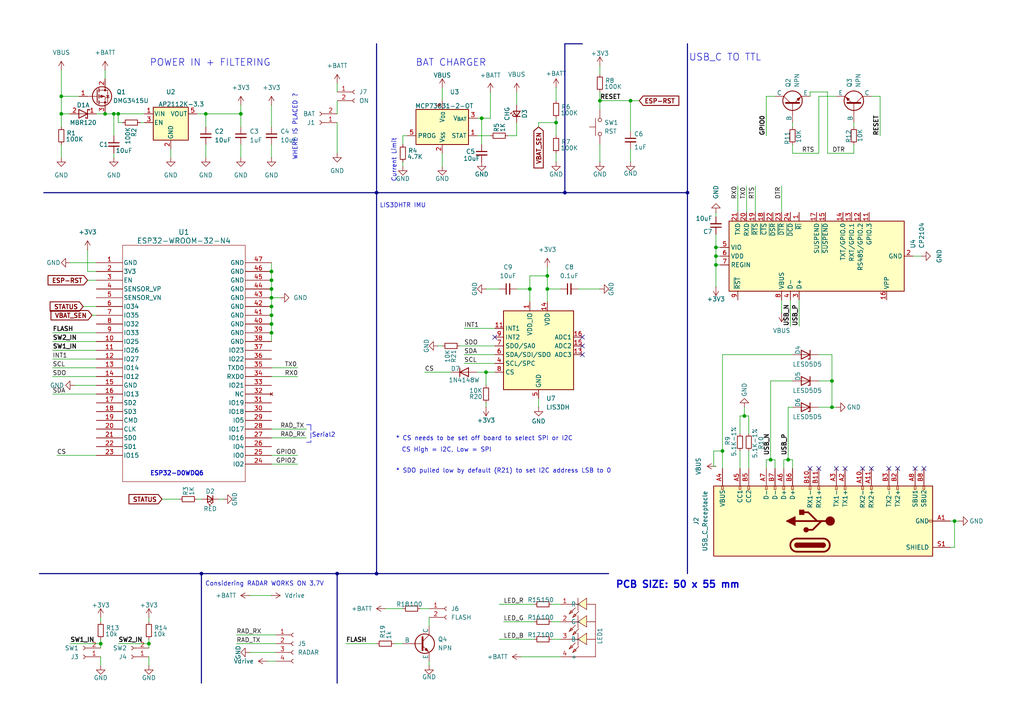
<source format=kicad_sch>
(kicad_sch (version 20231120) (generator "eeschema") (generator_version "8.0")
  (paper "A4")
  (junction (at 33.02 33.02))
  (junction (at 109.22 55.88))
  (junction (at 78.74 83.82))
  (junction (at 182.88 29.21))
  (junction (at 228.6 133.35))
  (junction (at 241.3 118.11))
  (junction (at 97.79 166.37))
  (junction (at 207.645 74.295))
  (junction (at 209.55 130.81))
  (junction (at 78.74 81.28))
  (junction (at 109.22 166.37))
  (junction (at 223.52 133.35))
  (junction (at 78.74 96.52))
  (junction (at 78.74 88.9))
  (junction (at 78.74 93.98))
  (junction (at 17.78 33.02))
  (junction (at 173.99 29.21))
  (junction (at 215.9 120.65))
  (junction (at 158.75 80.01))
  (junction (at 207.645 76.835))
  (junction (at 78.74 86.36))
  (junction (at 17.78 27.94))
  (junction (at 78.74 78.74))
  (junction (at 43.18 186.69))
  (junction (at 58.42 166.37))
  (junction (at 78.74 91.44))
  (junction (at 207.645 71.755))
  (junction (at 69.85 33.02))
  (junction (at 140.97 107.95))
  (junction (at 34.29 33.02))
  (junction (at 30.48 33.02))
  (junction (at 29.21 186.69))
  (junction (at 199.39 55.88))
  (junction (at 153.67 83.82))
  (junction (at 161.29 35.56))
  (junction (at 163.83 55.88))
  (junction (at 59.69 33.02))
  (junction (at 158.75 83.82))
  (junction (at 139.7 34.29))
  (junction (at 241.3 110.49))
  (junction (at 276.86 151.13))
  (no_connect (at 257.81 135.89))
  (no_connect (at 267.97 135.89))
  (no_connect (at 250.19 135.89))
  (no_connect (at 252.73 135.89))
  (no_connect (at 245.11 135.89))
  (no_connect (at 143.51 97.79))
  (no_connect (at 260.35 135.89))
  (no_connect (at 265.43 135.89))
  (no_connect (at 234.95 135.89))
  (no_connect (at 168.91 97.79))
  (no_connect (at 237.49 135.89))
  (no_connect (at 168.91 100.33))
  (no_connect (at 168.91 102.87))
  (no_connect (at 242.57 135.89))
  (wire (pts (xy 121.92 176.53) (xy 124.46 176.53)))
  (wire (pts (xy 29.21 186.69) (xy 29.21 187.96)))
  (wire (pts (xy 207.645 71.755) (xy 207.645 74.295)))
  (wire (pts (xy 26.67 91.44) (xy 27.94 91.44)))
  (wire (pts (xy 59.69 41.91) (xy 59.69 45.72)))
  (wire (pts (xy 160.02 185.42) (xy 162.56 185.42)))
  (wire (pts (xy 97.79 24.13) (xy 97.79 26.67)))
  (bus (pts (xy 109.22 166.37) (xy 176.53 166.37)))
  (wire (pts (xy 240.03 44.45) (xy 240.03 26.67)))
  (wire (pts (xy 43.18 190.5) (xy 43.18 193.04)))
  (wire (pts (xy 78.74 83.82) (xy 78.74 86.36)))
  (wire (pts (xy 72.39 172.72) (xy 78.74 172.72)))
  (wire (pts (xy 30.48 20.32) (xy 30.48 22.86)))
  (wire (pts (xy 142.24 34.29) (xy 139.7 34.29)))
  (wire (pts (xy 77.47 191.77) (xy 80.01 191.77)))
  (wire (pts (xy 58.42 144.78) (xy 57.15 144.78)))
  (wire (pts (xy 237.49 110.49) (xy 241.3 110.49)))
  (wire (pts (xy 30.48 33.02) (xy 33.02 33.02)))
  (wire (pts (xy 255.27 27.94) (xy 252.73 27.94)))
  (wire (pts (xy 127 100.33) (xy 128.27 100.33)))
  (wire (pts (xy 217.17 120.65) (xy 217.17 125.73)))
  (wire (pts (xy 116.84 41.91) (xy 116.84 39.37)))
  (wire (pts (xy 69.85 30.48) (xy 69.85 33.02)))
  (wire (pts (xy 229.87 44.45) (xy 237.49 44.45)))
  (wire (pts (xy 35.56 35.56) (xy 34.29 35.56)))
  (wire (pts (xy 20.32 186.69) (xy 29.21 186.69)))
  (wire (pts (xy 275.59 158.75) (xy 276.86 158.75)))
  (wire (pts (xy 229.235 86.995) (xy 229.235 94.615)))
  (wire (pts (xy 229.87 44.45) (xy 229.87 41.91)))
  (wire (pts (xy 40.64 35.56) (xy 41.91 35.56)))
  (wire (pts (xy 267.335 74.295) (xy 264.795 74.295)))
  (wire (pts (xy 78.74 45.72) (xy 78.74 41.91)))
  (polyline (pts (xy 90.17 123.19) (xy 90.17 128.27)) (stroke (width 0) (type dash)))
  (wire (pts (xy 217.17 135.89) (xy 217.17 130.81)))
  (wire (pts (xy 241.3 118.11) (xy 242.57 118.11)))
  (wire (pts (xy 46.99 144.78) (xy 52.07 144.78)))
  (wire (pts (xy 160.02 175.26) (xy 162.56 175.26)))
  (wire (pts (xy 158.75 83.82) (xy 162.56 83.82)))
  (wire (pts (xy 156.21 35.56) (xy 161.29 35.56)))
  (wire (pts (xy 247.65 36.83) (xy 247.65 35.56)))
  (wire (pts (xy 229.87 135.89) (xy 229.87 133.35)))
  (wire (pts (xy 144.78 175.26) (xy 154.94 175.26)))
  (wire (pts (xy 255.27 39.37) (xy 255.27 27.94)))
  (wire (pts (xy 228.6 133.35) (xy 229.87 133.35)))
  (wire (pts (xy 78.74 88.9) (xy 78.74 91.44)))
  (wire (pts (xy 78.74 30.48) (xy 78.74 36.83)))
  (wire (pts (xy 234.95 26.67) (xy 234.95 27.94)))
  (wire (pts (xy 149.86 35.56) (xy 149.86 39.37)))
  (wire (pts (xy 173.99 46.99) (xy 173.99 41.91)))
  (wire (pts (xy 134.62 105.41) (xy 143.51 105.41)))
  (wire (pts (xy 21.59 111.76) (xy 27.94 111.76)))
  (wire (pts (xy 158.75 83.82) (xy 158.75 87.63)))
  (wire (pts (xy 222.25 135.89) (xy 222.25 133.35)))
  (wire (pts (xy 33.02 33.02) (xy 33.02 39.37)))
  (wire (pts (xy 17.78 33.02) (xy 20.32 33.02)))
  (wire (pts (xy 149.86 83.82) (xy 153.67 83.82)))
  (wire (pts (xy 151.13 190.5) (xy 162.56 190.5)))
  (wire (pts (xy 134.62 102.87) (xy 143.51 102.87)))
  (wire (pts (xy 173.99 83.82) (xy 167.64 83.82)))
  (wire (pts (xy 242.57 27.94) (xy 237.49 27.94)))
  (wire (pts (xy 153.67 87.63) (xy 153.67 83.82)))
  (wire (pts (xy 78.74 81.28) (xy 78.74 83.82)))
  (wire (pts (xy 34.29 35.56) (xy 34.29 33.02)))
  (wire (pts (xy 20.32 76.2) (xy 27.94 76.2)))
  (wire (pts (xy 161.29 35.56) (xy 161.29 39.37)))
  (bus (pts (xy 163.83 12.7) (xy 168.91 12.7)))
  (wire (pts (xy 133.35 100.33) (xy 143.51 100.33)))
  (wire (pts (xy 214.63 120.65) (xy 215.9 120.65)))
  (wire (pts (xy 78.74 86.36) (xy 78.74 88.9)))
  (wire (pts (xy 78.74 127) (xy 88.9 127)))
  (wire (pts (xy 231.775 86.995) (xy 231.775 94.615)))
  (wire (pts (xy 216.535 61.595) (xy 216.535 53.975)))
  (wire (pts (xy 78.74 76.2) (xy 78.74 78.74)))
  (wire (pts (xy 223.52 133.35) (xy 224.79 133.35)))
  (wire (pts (xy 222.25 39.37) (xy 222.25 27.94)))
  (wire (pts (xy 17.78 20.32) (xy 17.78 27.94)))
  (wire (pts (xy 209.55 130.81) (xy 207.01 130.81)))
  (wire (pts (xy 69.85 45.72) (xy 69.85 41.91)))
  (wire (pts (xy 24.13 88.9) (xy 27.94 88.9)))
  (bus (pts (xy 109.22 12.7) (xy 109.22 55.88)))
  (wire (pts (xy 241.3 110.49) (xy 241.3 118.11)))
  (wire (pts (xy 227.33 135.89) (xy 227.33 133.35)))
  (wire (pts (xy 15.24 114.3) (xy 27.94 114.3)))
  (bus (pts (xy 58.42 166.37) (xy 97.79 166.37)))
  (bus (pts (xy 58.42 166.37) (xy 58.42 198.12)))
  (wire (pts (xy 222.25 133.35) (xy 223.52 133.35)))
  (bus (pts (xy 163.83 55.88) (xy 199.39 55.88)))
  (wire (pts (xy 214.63 125.73) (xy 214.63 120.65)))
  (wire (pts (xy 227.33 133.35) (xy 228.6 133.35)))
  (wire (pts (xy 49.53 43.18) (xy 49.53 45.72)))
  (wire (pts (xy 146.05 180.34) (xy 154.94 180.34)))
  (wire (pts (xy 229.87 110.49) (xy 223.52 110.49)))
  (wire (pts (xy 247.65 44.45) (xy 247.65 41.91)))
  (wire (pts (xy 143.51 107.95) (xy 140.97 107.95)))
  (wire (pts (xy 78.74 134.62) (xy 86.36 134.62)))
  (wire (pts (xy 128.27 25.4) (xy 128.27 29.21)))
  (wire (pts (xy 161.29 34.29) (xy 161.29 35.56)))
  (wire (pts (xy 161.29 44.45) (xy 161.29 46.99)))
  (wire (pts (xy 237.49 27.94) (xy 237.49 44.45)))
  (wire (pts (xy 124.46 193.04) (xy 124.46 191.77)))
  (wire (pts (xy 156.21 36.83) (xy 156.21 35.56)))
  (wire (pts (xy 226.695 61.595) (xy 226.695 53.975)))
  (wire (pts (xy 68.58 184.15) (xy 80.01 184.15)))
  (wire (pts (xy 228.6 133.35) (xy 228.6 118.11)))
  (wire (pts (xy 173.99 19.05) (xy 173.99 21.59)))
  (wire (pts (xy 223.52 133.35) (xy 223.52 110.49)))
  (wire (pts (xy 173.99 29.21) (xy 182.88 29.21)))
  (wire (pts (xy 207.645 74.295) (xy 207.645 76.835)))
  (bus (pts (xy 97.79 166.37) (xy 97.79 198.12)))
  (wire (pts (xy 144.78 185.42) (xy 154.94 185.42)))
  (wire (pts (xy 275.59 151.13) (xy 276.86 151.13)))
  (wire (pts (xy 207.645 76.835) (xy 208.915 76.835)))
  (wire (pts (xy 182.88 29.21) (xy 185.42 29.21)))
  (wire (pts (xy 57.15 33.02) (xy 59.69 33.02)))
  (wire (pts (xy 158.75 80.01) (xy 158.75 83.82)))
  (wire (pts (xy 78.74 106.68) (xy 86.36 106.68)))
  (bus (pts (xy 97.79 166.37) (xy 109.22 166.37)))
  (wire (pts (xy 140.97 83.82) (xy 144.78 83.82)))
  (wire (pts (xy 15.24 106.68) (xy 27.94 106.68)))
  (wire (pts (xy 72.39 189.23) (xy 80.01 189.23)))
  (wire (pts (xy 153.67 80.01) (xy 158.75 80.01)))
  (wire (pts (xy 229.87 102.87) (xy 209.55 102.87)))
  (bus (pts (xy 199.39 12.7) (xy 199.39 55.88)))
  (wire (pts (xy 128.27 48.26) (xy 128.27 44.45)))
  (wire (pts (xy 78.74 96.52) (xy 78.74 99.06)))
  (wire (pts (xy 140.97 118.11) (xy 140.97 116.84)))
  (wire (pts (xy 153.67 83.82) (xy 153.67 80.01)))
  (wire (pts (xy 207.645 74.295) (xy 208.915 74.295)))
  (wire (pts (xy 15.24 101.6) (xy 27.94 101.6)))
  (wire (pts (xy 17.78 27.94) (xy 17.78 33.02)))
  (wire (pts (xy 138.43 107.95) (xy 140.97 107.95)))
  (wire (pts (xy 215.9 120.65) (xy 217.17 120.65)))
  (wire (pts (xy 182.88 43.18) (xy 182.88 46.99)))
  (wire (pts (xy 173.99 26.67) (xy 173.99 29.21)))
  (wire (pts (xy 78.74 132.08) (xy 86.36 132.08)))
  (bus (pts (xy 199.39 55.88) (xy 199.39 166.37)))
  (bus (pts (xy 11.43 166.37) (xy 58.42 166.37)))
  (wire (pts (xy 158.75 77.47) (xy 158.75 80.01)))
  (wire (pts (xy 228.6 118.11) (xy 229.87 118.11)))
  (wire (pts (xy 34.29 33.02) (xy 41.91 33.02)))
  (wire (pts (xy 229.87 36.83) (xy 229.87 35.56)))
  (wire (pts (xy 237.49 118.11) (xy 241.3 118.11)))
  (wire (pts (xy 207.645 71.755) (xy 207.645 67.945)))
  (wire (pts (xy 123.19 107.95) (xy 130.81 107.95)))
  (polyline (pts (xy 88.9 123.19) (xy 90.17 123.19)) (stroke (width 0) (type dash)))
  (wire (pts (xy 25.4 81.28) (xy 27.94 81.28)))
  (wire (pts (xy 182.88 29.21) (xy 182.88 38.1)))
  (wire (pts (xy 147.32 39.37) (xy 149.86 39.37)))
  (wire (pts (xy 78.74 109.22) (xy 86.36 109.22)))
  (wire (pts (xy 116.84 39.37) (xy 118.11 39.37)))
  (wire (pts (xy 78.74 124.46) (xy 88.9 124.46)))
  (wire (pts (xy 33.02 45.72) (xy 33.02 44.45)))
  (wire (pts (xy 15.24 96.52) (xy 27.94 96.52)))
  (wire (pts (xy 15.24 99.06) (xy 27.94 99.06)))
  (wire (pts (xy 219.075 61.595) (xy 219.075 53.975)))
  (wire (pts (xy 139.7 34.29) (xy 139.7 41.91)))
  (bus (pts (xy 109.22 55.88) (xy 109.22 166.37)))
  (wire (pts (xy 209.55 102.87) (xy 209.55 130.81)))
  (wire (pts (xy 43.18 179.07) (xy 43.18 180.34)))
  (wire (pts (xy 140.97 107.95) (xy 140.97 111.76)))
  (wire (pts (xy 100.33 186.69) (xy 109.22 186.69)))
  (wire (pts (xy 142.24 26.67) (xy 142.24 34.29)))
  (wire (pts (xy 16.51 132.08) (xy 27.94 132.08)))
  (polyline (pts (xy 88.9 128.27) (xy 90.17 128.27)) (stroke (width 0) (type dash)))
  (wire (pts (xy 15.24 104.14) (xy 27.94 104.14)))
  (wire (pts (xy 29.21 179.07) (xy 29.21 180.34)))
  (wire (pts (xy 207.645 61.595) (xy 207.645 62.865)))
  (wire (pts (xy 111.76 176.53) (xy 116.84 176.53)))
  (wire (pts (xy 15.24 109.22) (xy 27.94 109.22)))
  (wire (pts (xy 209.55 135.89) (xy 209.55 130.81)))
  (wire (pts (xy 29.21 185.42) (xy 29.21 186.69)))
  (wire (pts (xy 156.21 118.11) (xy 156.21 115.57)))
  (wire (pts (xy 240.03 44.45) (xy 247.65 44.45)))
  (wire (pts (xy 68.58 186.69) (xy 80.01 186.69)))
  (wire (pts (xy 213.995 61.595) (xy 213.995 53.975)))
  (wire (pts (xy 207.01 135.255) (xy 207.645 135.255)))
  (wire (pts (xy 224.79 133.35) (xy 224.79 135.89)))
  (wire (pts (xy 25.4 78.74) (xy 27.94 78.74)))
  (wire (pts (xy 237.49 102.87) (xy 241.3 102.87)))
  (bus (pts (xy 163.83 12.7) (xy 163.83 55.88)))
  (wire (pts (xy 138.43 39.37) (xy 142.24 39.37)))
  (wire (pts (xy 17.78 33.02) (xy 17.78 36.83)))
  (wire (pts (xy 173.99 29.21) (xy 173.99 31.75)))
  (wire (pts (xy 276.86 158.75) (xy 276.86 151.13)))
  (wire (pts (xy 160.02 180.34) (xy 162.56 180.34)))
  (wire (pts (xy 161.29 25.4) (xy 161.29 29.21)))
  (wire (pts (xy 59.69 33.02) (xy 59.69 36.83)))
  (wire (pts (xy 208.915 71.755) (xy 207.645 71.755)))
  (wire (pts (xy 116.84 48.26) (xy 116.84 46.99)))
  (wire (pts (xy 78.74 91.44) (xy 78.74 93.98)))
  (bus (pts (xy 12.7 55.88) (xy 109.22 55.88)))
  (wire (pts (xy 222.25 27.94) (xy 224.79 27.94)))
  (wire (pts (xy 69.85 36.83) (xy 69.85 33.02)))
  (wire (pts (xy 69.85 33.02) (xy 59.69 33.02)))
  (wire (pts (xy 81.28 86.36) (xy 78.74 86.36)))
  (wire (pts (xy 207.645 83.185) (xy 207.645 76.835)))
  (wire (pts (xy 97.79 29.21) (xy 97.79 33.02)))
  (wire (pts (xy 276.86 151.13) (xy 278.13 151.13)))
  (wire (pts (xy 97.79 44.45) (xy 97.79 35.56)))
  (wire (pts (xy 63.5 144.78) (xy 64.77 144.78)))
  (wire (pts (xy 34.29 186.69) (xy 43.18 186.69)))
  (wire (pts (xy 139.7 34.29) (xy 138.43 34.29)))
  (wire (pts (xy 78.74 93.98) (xy 78.74 96.52)))
  (wire (pts (xy 78.74 78.74) (xy 78.74 81.28)))
  (wire (pts (xy 27.94 33.02) (xy 30.48 33.02)))
  (wire (pts (xy 33.02 33.02) (xy 34.29 33.02)))
  (wire (pts (xy 17.78 45.72) (xy 17.78 41.91)))
  (wire (pts (xy 214.63 135.89) (xy 214.63 130.81)))
  (wire (pts (xy 149.86 26.67) (xy 149.86 30.48)))
  (wire (pts (xy 207.01 130.81) (xy 207.01 135.255)))
  (wire (pts (xy 25.4 72.39) (xy 25.4 78.74)))
  (wire (pts (xy 43.18 186.69) (xy 43.18 187.96)))
  (wire (pts (xy 114.3 186.69) (xy 116.84 186.69)))
  (wire (pts (xy 215.9 118.11) (xy 215.9 120.65)))
  (wire (pts (xy 29.21 190.5) (xy 29.21 193.04)))
  (wire (pts (xy 22.86 27.94) (xy 17.78 27.94)))
  (wire (pts (xy 134.62 95.25) (xy 143.51 95.25)))
  (wire (pts (xy 241.3 102.87) (xy 241.3 110.49)))
  (wire (pts (xy 226.695 90.805) (xy 226.695 86.995)))
  (wire (pts (xy 240.03 26.67) (xy 234.95 26.67)))
  (wire (pts (xy 43.18 185.42) (xy 43.18 186.69)))
  (wire (pts (xy 124.46 179.07) (xy 124.46 181.61)))
  (bus (pts (xy 109.22 55.88) (xy 163.83 55.88)))
  (text "PCB SIZE: 50 x 55 mm" (at 196.596 169.672 0) (effects (font (size 2 2) (thickness 0.4) (bold yes))))
  (text "Serial2" (at 90.424 127 0) (effects (font (size 1.27 1.27)) (justify left bottom)))
  (text "Current Limit" (at 114.3 46.482 90) (effects (font (size 1.27 1.27))))
  (text "WHERE IS PLACED ?" (at 85.598 36.83 90) (effects (font (size 1.27 1.27))))
  (text "USB_C TO TTL" (at 210.312 16.764 0) (effects (font (size 2 2))))
  (text "* SDO pulled low by default (R21) to set I2C address LSB to 0" (at 146.05 136.652 0) (effects (font (size 1.27 1.27))))
  (text "ESP32-D0WDQ6 " (at 51.816 137.414 0) (effects (font (size 1.27 1.27) (bold yes))))
  (text "LIS3DHTR IMU" (at 116.84 59.69 0) (effects (font (size 1.27 1.27))))
  (text "Considering RADAR WORKS ON 3.7V " (at 77.216 169.418 0) (effects (font (size 1.27 1.27))))
  (text "BAT CHARGER" (at 130.81 18.288 0) (effects (font (size 2 2))))
  (text "CS High = I2C, Low = SPI" (at 129.54 130.556 0) (effects (font (size 1.27 1.27))))
  (text "* CS needs to be set off board to select SPI or I2C" (at 140.462 127.254 0) (effects (font (size 1.27 1.27))))
  (text "POWER IN + FILTERING" (at 60.96 18.288 0) (effects (font (size 2 2))))
  (label "RX0" (at 82.55 109.22 0))
  (label "RAD_RX" (at 68.58 184.15 0))
  (label "GPIO0" (at 222.25 39.37 90) (effects (font (bold yes))))
  (label "CS" (at 16.51 132.08 0))
  (label "FLASH" (at 15.24 96.52 0) (effects (font (bold yes))))
  (label "USB_N" (at 229.235 94.615 90) (effects (font (bold yes))))
  (label "RX0" (at 213.995 57.785 90))
  (label "RAD_TX" (at 81.28 124.46 0))
  (label "TX0" (at 82.55 106.68 0))
  (label "SW1_IN" (at 20.32 186.69 0) (effects (font (bold yes))))
  (label "RAD_TX" (at 68.58 186.69 0))
  (label "USB_N" (at 223.52 132.08 90) (effects (font (bold yes))))
  (label "SW2_IN" (at 34.29 186.69 0) (effects (font (bold yes))))
  (label "USB_P" (at 231.775 94.615 90) (effects (font (bold yes))))
  (label "GPIO0" (at 80.01 132.08 0))
  (label "LED_R" (at 146.05 175.26 0))
  (label "RTS" (at 236.22 44.45 180))
  (label "SDA" (at 15.24 114.3 0))
  (label "SCL" (at 134.62 105.41 0))
  (label "USB_P" (at 228.6 132.08 90) (effects (font (bold yes))))
  (label "CS" (at 123.19 107.95 0))
  (label "SW1_IN" (at 15.24 101.6 0) (effects (font (bold yes))))
  (label "RESET" (at 173.99 29.21 0) (effects (font (bold yes))))
  (label "LED_G" (at 146.05 180.34 0))
  (label "RAD_RX" (at 81.28 127 0))
  (label "LED_B" (at 146.05 185.42 0))
  (label "SW2_IN" (at 15.24 99.06 0) (effects (font (bold yes))))
  (label "DTR" (at 245.11 44.45 180))
  (label "GPIO2" (at 80.01 134.62 0))
  (label "RTS" (at 219.075 57.785 90))
  (label "TX0" (at 216.535 57.785 90))
  (label "SDO" (at 15.24 109.22 0))
  (label "FLASH" (at 100.33 186.69 0) (effects (font (bold yes))))
  (label "INT1" (at 15.24 104.14 0))
  (label "SCL" (at 15.24 106.68 0))
  (label "SDO" (at 134.62 100.33 0))
  (label "DTR" (at 226.695 57.785 90))
  (label "INT1" (at 134.62 95.25 0))
  (label "RESET" (at 255.27 39.37 90) (effects (font (bold yes))))
  (label "SDA" (at 134.62 102.87 0))
  (global_label "ESP-RST" (shape input) (at 25.4 81.28 180) (effects (font (bold yes))) (property "Intersheetrefs" "${INTERSHEET_REFS}" (effects (hide yes))))
  (global_label "VBAT_SEN" (shape input) (at 26.67 91.44 180) (effects (font (bold yes))) (property "Intersheetrefs" "${INTERSHEET_REFS}" (effects (hide yes))))
  (global_label "VBAT_SEN" (shape input) (at 156.21 36.83 270) (effects (font (bold yes))) (property "Intersheetrefs" "${INTERSHEET_REFS}" (effects (hide yes))))
  (global_label "ESP-RST" (shape input) (at 185.42 29.21 0) (effects (font (bold yes))) (property "Intersheetrefs" "${INTERSHEET_REFS}" (effects (hide yes))))
  (global_label "STATUS" (shape input) (at 24.13 88.9 180) (effects (font (bold yes))) (property "Intersheetrefs" "${INTERSHEET_REFS}" (effects (hide yes))))
  (global_label "STATUS" (shape input) (at 46.99 144.78 180) (effects (font (bold yes))) (property "Intersheetrefs" "${INTERSHEET_REFS}" (effects (hide yes))))
  (symbol (lib_id "Device:C_Small") (at 182.88 40.64 0) (unit 1)
    (property "Reference" "C6" (at 183.896 38.862 0) (effects (justify left)))
    (property "Value" "1uF" (at 183.896 42.672 0) (effects (justify left)))
    (property "Footprint" "Capacitor_SMD:C_0402_1005Metric" (effects (hide yes)))
    (property "Description" "Unpolarized capacitor, small symbol" (effects (hide yes)))
  )
  (symbol (lib_id "Device:C_Small") (at 59.69 39.37 0) (unit 1)
    (property "Reference" "C2" (at 62.23 38.1062 0) (effects (justify left)))
    (property "Value" "10uF" (at 62.23 40.6462 0) (effects (justify left)))
    (property "Footprint" "Capacitor_SMD:C_0402_1005Metric" (effects (hide yes)))
    (property "Description" "Unpolarized capacitor, small symbol" (effects (hide yes)))
  )
  (symbol (lib_id "Device:R_Small") (at 116.84 44.45 0) (unit 1)
    (property "Reference" "R4" (at 118.364 43.688 0) (effects (justify left)))
    (property "Value" "4.7K" (at 118.11 45.466 0) (effects (justify left)))
    (property "Footprint" "Resistor_SMD:R_0402_1005Metric_Pad0.72x0.64mm_HandSolder" (effects (hide yes)))
    (property "Description" "Resistor, small symbol" (effects (hide yes)))
  )
  (symbol (lib_id "power:GND") (at 156.21 118.11 0) (unit 1)
    (property "Reference" "#PWR049" (effects (hide yes)))
    (property "Value" "GND" (at 156.21 122.174 0))
    (property "Description" "Power symbol creates a global label with name \"GND\" , ground" (effects (hide yes)))
  )
  (symbol (lib_id "power:GND") (at 69.85 45.72 0) (unit 1)
    (property "Reference" "#PWR012" (effects (hide yes)))
    (property "Value" "GND" (at 69.85 50.8 0))
    (property "Description" "Power symbol creates a global label with name \"GND\" , ground" (effects (hide yes)))
  )
  (symbol (lib_id "power:+3V3") (at 25.4 72.39 0) (unit 1)
    (property "Reference" "#PWR05" (effects (hide yes)))
    (property "Value" "+3V3" (at 25.4 67.31 0))
    (property "Description" "Power symbol creates a global label with name \"+3V3\"" (effects (hide yes)))
  )
  (symbol (lib_id "Device:R_Small") (at 140.97 114.3 180) (unit 1)
    (property "Reference" "R20" (at 139.954 115.062 0) (effects (justify left)))
    (property "Value" "10K" (at 139.954 113.284 0) (effects (justify left)))
    (property "Footprint" "Resistor_SMD:R_0402_1005Metric_Pad0.72x0.64mm_HandSolder" (effects (hide yes)))
    (property "Description" "Resistor, small symbol" (effects (hide yes)))
  )
  (symbol (lib_id "Device:Q_PMOS_GDS") (at 27.94 27.94 0) (unit 1)
    (property "Reference" "Q1" (at 33.782 26.67 0) (effects (justify left)))
    (property "Value" "DMG3415U" (at 32.766 29.21 0) (effects (justify left)))
    (property "Description" "P-MOSFET transistor, gate/drain/source" (effects (hide yes)))
    (property "LCSC " "C96616" (effects (hide yes)))
  )
  (symbol (lib_id "power:+3V3") (at 43.18 179.07 0) (unit 1)
    (property "Reference" "#PWR039" (effects (hide yes)))
    (property "Value" "+3V3" (at 43.18 175.514 0))
    (property "Description" "Power symbol creates a global label with name \"+3V3\"" (effects (hide yes)))
  )
  (symbol (lib_id "Device:LED_Small") (at 60.96 144.78 180) (unit 1)
    (property "Reference" "D2" (at 60.96 142.494 0))
    (property "Value" "RED" (at 60.96 147.574 0))
    (property "Footprint" "LED_SMD:LED_0402_1005Metric" (effects (hide yes)))
    (property "Description" "Light emitting diode, small symbol" (effects (hide yes)))
  )
  (symbol (lib_id "Device:R_Small") (at 173.99 24.13 0) (unit 1)
    (property "Reference" "R8" (at 175.514 23.368 0) (effects (justify left)))
    (property "Value" "100K" (at 175.26 25.146 0) (effects (justify left)))
    (property "Footprint" "Resistor_SMD:R_0402_1005Metric_Pad0.72x0.64mm_HandSolder" (effects (hide yes)))
    (property "Description" "Resistor, small symbol" (effects (hide yes)))
  )
  (symbol (lib_id "Simulation_SPICE:NPN") (at 247.65 30.48 270) (mirror x) (unit 1)
    (property "Reference" "Q3" (at 246.3799 25.4 0) (effects (justify left)))
    (property "Value" "NPN" (at 248.9199 25.4 0) (effects (justify left)))
    (property "Datasheet" "https://ngspice.sourceforge.io/docs/ngspice-html-manual/manual.xhtml#cha_BJTs" (effects (hide yes)))
    (property "Description" "Bipolar transistor symbol for simulation only, substrate tied to the emitter" (effects (hide yes)))
    (property "Sim.Device" "NPN" (effects (hide yes)))
    (property "Sim.Type" "GUMMELPOON" (effects (hide yes)))
    (property "Sim.Pins" "1=C 2=B 3=E" (effects (hide yes)))
    (property "LCSC" "C2891810" (effects (hide yes)))
  )
  (symbol (lib_id "power:GND") (at 64.77 144.78 90) (unit 1)
    (property "Reference" "#PWR010" (effects (hide yes)))
    (property "Value" "GND" (at 68.072 144.78 0))
    (property "Description" "Power symbol creates a global label with name \"GND\" , ground" (effects (hide yes)))
  )
  (symbol (lib_id "Simulation_SPICE:NPN") (at 121.92 186.69 0) (unit 1)
    (property "Reference" "Q4" (at 127 185.4199 0) (effects (justify left)))
    (property "Value" "NPN" (at 127 187.9599 0) (effects (justify left)))
    (property "Datasheet" "https://ngspice.sourceforge.io/docs/ngspice-html-manual/manual.xhtml#cha_BJTs" (effects (hide yes)))
    (property "Description" "Bipolar transistor symbol for simulation only, substrate tied to the emitter" (effects (hide yes)))
    (property "Sim.Device" "NPN" (effects (hide yes)))
    (property "Sim.Type" "GUMMELPOON" (effects (hide yes)))
    (property "Sim.Pins" "1=C 2=B 3=E" (effects (hide yes)))
    (property "LCSC" "C426841" (effects (hide yes)))
  )
  (symbol (lib_id "power:GND") (at 33.02 45.72 0) (unit 1)
    (property "Reference" "#PWR07" (effects (hide yes)))
    (property "Value" "GND" (at 33.02 50.8 0))
    (property "Description" "Power symbol creates a global label with name \"GND\" , ground" (effects (hide yes)))
  )
  (symbol (lib_id "power:GND") (at 21.59 111.76 270) (unit 1)
    (property "Reference" "#PWR04" (effects (hide yes)))
    (property "Value" "GND" (at 14.478 111.76 90) (effects (justify left)))
  )
  (symbol (lib_id "Diode:ESD5Zxx") (at 233.68 110.49 180) (unit 1)
    (property "Reference" "D5" (at 231.394 110.49 90) (effects (justify right)))
    (property "Value" "LESD5D5" (at 229.87 113.284 0) (effects (justify right)))
    (property "Footprint" "Diode_SMD:D_SOD-523" (effects (hide yes)))
    (property "Datasheet" "https://www.onsemi.com/pdf/datasheet/esd5z2.5t1-d.pdf" (effects (hide yes)))
    (property "Description" "ESD Protection Diode, SOD-523" (effects (hide yes)))
    (property "LCSC" "C383211" (effects (hide yes)))
  )
  (symbol (lib_id "Device:C_Small") (at 207.645 65.405 180) (unit 1)
    (property "Reference" "C7" (at 206.629 67.183 0) (effects (justify left)))
    (property "Value" "10uF" (at 206.629 63.373 0) (effects (justify left)))
    (property "Footprint" "Capacitor_SMD:C_0402_1005Metric" (effects (hide yes)))
    (property "Description" "Unpolarized capacitor, small symbol" (effects (hide yes)))
  )
  (symbol (lib_id "power:GND") (at 127 100.33 270) (unit 1)
    (property "Reference" "#PWR053" (effects (hide yes)))
    (property "Value" "GND" (at 123.698 100.33 0))
    (property "Description" "Power symbol creates a global label with name \"GND\" , ground" (effects (hide yes)))
  )
  (symbol (lib_id "power:+BATT") (at 72.39 172.72 90) (unit 1)
    (property "Reference" "#PWR044" (effects (hide yes)))
    (property "Value" "+BATT" (at 68.58 172.7199 90) (effects (justify left)))
    (property "Description" "Power symbol creates a global label with name \"+BATT\"" (effects (hide yes)))
  )
  (symbol (lib_id "Device:R_Small") (at 157.48 185.42 90) (unit 1)
    (property "Reference" "R17" (at 154.94 184.15 90))
    (property "Value" "100" (at 158.75 184.15 90))
    (property "Footprint" "Resistor_SMD:R_0402_1005Metric" (effects (hide yes)))
    (property "LCSC" "C186115" (effects (hide yes)))
  )
  (symbol (lib_id "power:GND") (at 43.18 193.04 0) (unit 1)
    (property "Reference" "#PWR040" (effects (hide yes)))
    (property "Value" "GND" (at 43.18 196.596 0))
    (property "Description" "Power symbol creates a global label with name \"GND\" , ground" (effects (hide yes)))
  )
  (symbol (lib_id "Device:R_Small") (at 130.81 100.33 270) (unit 1)
    (property "Reference" "R21" (at 131.572 101.346 0) (effects (justify left)))
    (property "Value" "10K" (at 129.794 101.346 0) (effects (justify left)))
    (property "Footprint" "Resistor_SMD:R_0402_1005Metric_Pad0.72x0.64mm_HandSolder" (effects (hide yes)))
    (property "Description" "Resistor, small symbol" (effects (hide yes)))
  )
  (symbol (lib_id "power:GND") (at 215.9 118.11 180) (unit 1)
    (property "Reference" "#PWR032" (effects (hide yes)))
    (property "Value" "GND" (at 215.9 110.998 90) (effects (justify left)))
  )
  (symbol (lib_id "power:Vdrive") (at 77.47 191.77 90) (unit 1)
    (property "Reference" "#PWR042" (effects (hide yes)))
    (property "Value" "Vdrive" (at 73.66 191.7699 90) (effects (justify left)))
    (property "Description" "Power symbol creates a global label with name \"Vdrive\"" (effects (hide yes)))
  )
  (symbol (lib_id "power:GND") (at 17.78 45.72 0) (unit 1)
    (property "Reference" "#PWR02" (effects (hide yes)))
    (property "Value" "GND" (at 17.78 50.8 0))
    (property "Description" "Power symbol creates a global label with name \"GND\" , ground" (effects (hide yes)))
  )
  (symbol (lib_id "Device:R_Small") (at 157.48 180.34 90) (unit 1)
    (property "Reference" "R16" (at 154.94 179.07 90))
    (property "Value" "100" (at 158.75 179.07 90))
    (property "Footprint" "Resistor_SMD:R_0402_1005Metric" (effects (hide yes)))
    (property "LCSC" "C186115" (effects (hide yes)))
  )
  (symbol (lib_id "Diode:ESD5Zxx") (at 233.68 102.87 180) (unit 1)
    (property "Reference" "D4" (at 231.394 102.87 90) (effects (justify right)))
    (property "Value" "LESD5D5" (at 229.87 105.664 0) (effects (justify right)))
    (property "Footprint" "Diode_SMD:D_SOD-523" (effects (hide yes)))
    (property "Datasheet" "https://www.onsemi.com/pdf/datasheet/esd5z2.5t1-d.pdf" (effects (hide yes)))
    (property "Description" "ESD Protection Diode, SOD-523" (effects (hide yes)))
    (property "LCSC" "C383211" (effects (hide yes)))
  )
  (symbol (lib_id "Diode:1N4148W") (at 134.62 107.95 0) (unit 1)
    (property "Reference" "D7" (at 132.08 106.934 0))
    (property "Value" "1N4148W" (at 134.62 110.236 0))
    (property "Footprint" "Diode_SMD:D_SOD-123" (effects (hide yes)))
    (property "Datasheet" "https://www.vishay.com/docs/85748/1n4148w.pdf" (effects (hide yes)))
    (property "Description" "75V 0.15A Fast Switching Diode, SOD-123" (effects (hide yes)))
    (property "Sim.Device" "D" (effects (hide yes)))
    (property "Sim.Pins" "1=K 2=A" (effects (hide yes)))
  )
  (symbol (lib_id "power:VBUS") (at 226.695 90.805 180) (unit 1)
    (property "Reference" "#PWR033" (effects (hide yes)))
    (property "Value" "VBUS" (at 226.695 95.885 0))
    (property "Description" "Power symbol creates a global label with name \"VBUS\"" (effects (hide yes)))
  )
  (symbol (lib_id "power:GND") (at 49.53 45.72 0) (unit 1)
    (property "Reference" "#PWR08" (effects (hide yes)))
    (property "Value" "GND" (at 49.53 50.8 0))
    (property "Description" "Power symbol creates a global label with name \"GND\" , ground" (effects (hide yes)))
  )
  (symbol (lib_id "power:+BATT") (at 97.79 24.13 0) (unit 1)
    (property "Reference" "#PWR016" (effects (hide yes)))
    (property "Value" "+BATT" (at 97.79 19.05 0))
    (property "Description" "Power symbol creates a global label with name \"+BATT\"" (effects (hide yes)))
  )
  (symbol (lib_id "Connector:Conn_01x04_Socket") (at 85.09 186.69 0) (unit 1)
    (property "Reference" "J5" (at 86.36 186.6899 0) (effects (justify left)))
    (property "Value" "RADAR" (at 86.36 189.2299 0) (effects (justify left)))
    (property "Footprint" "Connector_PinSocket_2.54mm:PinSocket_1x04_P2.54mm_Vertical" (effects (hide yes)))
    (property "Description" "Generic connector, single row, 01x04, script generated" (effects (hide yes)))
  )
  (symbol (lib_id "Device:LED_Small") (at 149.86 33.02 90) (unit 1)
    (property "Reference" "D3" (at 152.146 33.02 0))
    (property "Value" "CHG" (at 147.066 33.02 0))
    (property "Footprint" "LED_SMD:LED_0402_1005Metric" (effects (hide yes)))
    (property "Description" "Light emitting diode, small symbol" (effects (hide yes)))
  )
  (symbol (lib_id "power:GND") (at 140.97 83.82 270) (unit 1)
    (property "Reference" "#PWR051" (effects (hide yes)))
    (property "Value" "GND" (at 137.668 83.82 0))
    (property "Description" "Power symbol creates a global label with name \"GND\" , ground" (effects (hide yes)))
  )
  (symbol (lib_id "power:+BATT") (at 161.29 25.4 0) (unit 1)
    (property "Reference" "#PWR024" (effects (hide yes)))
    (property "Value" "+BATT" (at 161.29 21.336 0))
    (property "Description" "Power symbol creates a global label with name \"+BATT\"" (effects (hide yes)))
  )
  (symbol (lib_id "power:GND") (at 116.84 48.26 0) (unit 1)
    (property "Reference" "#PWR018" (effects (hide yes)))
    (property "Value" "GND" (at 116.84 51.816 0))
    (property "Description" "Power symbol creates a global label with name \"GND\" , ground" (effects (hide yes)))
  )
  (symbol (lib_id "power:GND") (at 29.21 193.04 0) (unit 1)
    (property "Reference" "#PWR038" (effects (hide yes)))
    (property "Value" "GND" (at 29.21 196.596 0))
    (property "Description" "Power symbol creates a global label with name \"GND\" , ground" (effects (hide yes)))
  )
  (symbol (lib_id "power:+3V3") (at 207.645 83.185 180) (unit 1)
    (property "Reference" "#PWR031" (effects (hide yes)))
    (property "Value" "+3V3" (at 207.645 86.741 0))
    (property "Description" "Power symbol creates a global label with name \"+3V3\"" (effects (hide yes)))
  )
  (symbol (lib_id "Device:R_Small") (at 144.78 39.37 90) (unit 1)
    (property "Reference" "R5" (at 144.018 38.354 0) (effects (justify left)))
    (property "Value" "1K" (at 145.796 38.354 0) (effects (justify left)))
    (property "Footprint" "Resistor_SMD:R_0402_1005Metric_Pad0.72x0.64mm_HandSolder" (effects (hide yes)))
    (property "Description" "Resistor, small symbol" (effects (hide yes)))
  )
  (symbol (lib_id "power:+3V3") (at 173.99 19.05 0) (unit 1)
    (property "Reference" "#PWR026" (effects (hide yes)))
    (property "Value" "+3V3" (at 173.99 15.494 0))
    (property "Description" "Power symbol creates a global label with name \"+3V3\"" (effects (hide yes)))
  )
  (symbol (lib_id "Device:R_Small") (at 161.29 41.91 0) (unit 1)
    (property "Reference" "R7" (at 162.814 41.148 0) (effects (justify left)))
    (property "Value" "100K" (at 162.56 42.926 0) (effects (justify left)))
    (property "Footprint" "Resistor_SMD:R_0402_1005Metric_Pad0.72x0.64mm_HandSolder" (effects (hide yes)))
    (property "Description" "Resistor, small symbol" (effects (hide yes)))
  )
  (symbol (lib_id "Device:R_Small") (at 214.63 128.27 180) (unit 1)
    (property "Reference" "R9" (at 211.074 126.492 90) (effects (justify left)))
    (property "Value" "5.1K-1%" (at 212.852 123.698 90) (effects (justify left)))
    (property "Footprint" "Resistor_SMD:R_0402_1005Metric_Pad0.72x0.64mm_HandSolder" (effects (hide yes)))
    (property "Description" "Resistor, small symbol" (effects (hide yes)))
  )
  (symbol (lib_id "Device:R_Small") (at 161.29 31.75 0) (unit 1)
    (property "Reference" "R6" (at 162.814 30.988 0) (effects (justify left)))
    (property "Value" "100K" (at 162.56 32.766 0) (effects (justify left)))
    (property "Footprint" "Resistor_SMD:R_0402_1005Metric_Pad0.72x0.64mm_HandSolder" (effects (hide yes)))
    (property "Description" "Resistor, small symbol" (effects (hide yes)))
  )
  (symbol (lib_id "Sensor_Motion:LIS3DH") (at 156.21 100.33 0) (unit 1)
    (property "Reference" "U7" (at 158.4041 115.57 0) (effects (justify left)))
    (property "Value" "LIS3DH" (at 158.4041 118.11 0) (effects (justify left)))
    (property "Footprint" "Package_LGA:LGA-16_3x3mm_P0.5mm_LayoutBorder3x5y" (effects (hide yes)))
    (property "Datasheet" "https://www.st.com/resource/en/datasheet/cd00274221.pdf" (effects (hide yes)))
    (property "Description" "3-Axis Accelerometer, 2/4/8/16g range, I2C/SPI interface, LGA-16" (effects (hide yes)))
    (property "LCSC" "C15134" (effects (hide yes)))
  )
  (symbol (lib_id "Device:R_Small") (at 119.38 176.53 90) (unit 1)
    (property "Reference" "R18" (at 116.84 175.26 90))
    (property "Value" "100" (at 120.65 175.26 90))
    (property "Footprint" "Resistor_SMD:R_0402_1005Metric" (effects (hide yes)))
    (property "LCSC" "C186115" (effects (hide yes)))
  )
  (symbol (lib_id "power:GND") (at 20.32 76.2 270) (unit 1)
    (property "Reference" "#PWR03" (effects (hide yes)))
    (property "Value" "GND" (at 13.462 76.2 90) (effects (justify left)))
  )
  (symbol (lib_id "power:+3V3") (at 69.85 30.48 0) (unit 1)
    (property "Reference" "#PWR011" (effects (hide yes)))
    (property "Value" "+3V3" (at 69.85 25.4 0))
    (property "Description" "Power symbol creates a global label with name \"+3V3\"" (effects (hide yes)))
  )
  (symbol (lib_id "power:GND") (at 161.29 46.99 0) (unit 1)
    (property "Reference" "#PWR025" (effects (hide yes)))
    (property "Value" "GND" (at 161.29 50.546 0))
    (property "Description" "Power symbol creates a global label with name \"GND\" , ground" (effects (hide yes)))
  )
  (symbol (lib_id "Simulation_SPICE:NPN") (at 229.87 30.48 90) (unit 1)
    (property "Reference" "Q2" (at 228.5999 25.4 0) (effects (justify left)))
    (property "Value" "NPN" (at 231.1399 25.4 0) (effects (justify left)))
    (property "Datasheet" "https://ngspice.sourceforge.io/docs/ngspice-html-manual/manual.xhtml#cha_BJTs" (effects (hide yes)))
    (property "Description" "Bipolar transistor symbol for simulation only, substrate tied to the emitter" (effects (hide yes)))
    (property "Sim.Device" "NPN" (effects (hide yes)))
    (property "Sim.Type" "GUMMELPOON" (effects (hide yes)))
    (property "Sim.Pins" "1=C 2=B 3=E" (effects (hide yes)))
    (property "LCSC" "C2891810" (effects (hide yes)))
  )
  (symbol (lib_id "Connector:USB_C_Receptacle") (at 234.95 151.13 90) (unit 1)
    (property "Reference" "J2" (at 201.93 151.13 0))
    (property "Value" "USB_C_Receptacle" (at 204.47 151.13 0))
    (property "Footprint" "Connector_USB:USB_C_Receptacle_Molex_105450-0101" (effects (hide yes)))
    (property "Datasheet" "https://www.usb.org/sites/default/files/documents/usb_type-c.zip" (effects (hide yes)))
    (property "Description" "USB Full-Featured Type-C Receptacle connector" (effects (hide yes)))
    (property "LCSC" "C134092" (effects (hide yes)))
  )
  (symbol (lib_id "power:+BATT") (at 30.48 20.32 0) (unit 1)
    (property "Reference" "#PWR06" (effects (hide yes)))
    (property "Value" "+BATT" (at 30.48 15.24 0))
    (property "Description" "Power symbol creates a global label with name \"+BATT\"" (effects (hide yes)))
  )
  (symbol (lib_id "power:GND") (at 78.74 45.72 0) (unit 1)
    (property "Reference" "#PWR014" (effects (hide yes)))
    (property "Value" "GND" (at 78.74 50.8 0))
    (property "Description" "Power symbol creates a global label with name \"GND\" , ground" (effects (hide yes)))
  )
  (symbol (lib_id "power:+BATT") (at 142.24 26.67 0) (unit 1)
    (property "Reference" "#PWR022" (effects (hide yes)))
    (property "Value" "+BATT" (at 142.24 21.844 0))
    (property "Description" "Power symbol creates a global label with name \"+BATT\"" (effects (hide yes)))
  )
  (symbol (lib_id "power:+3V3") (at 78.74 30.48 0) (unit 1)
    (property "Reference" "#PWR013" (effects (hide yes)))
    (property "Value" "+3V3" (at 78.74 25.4 0))
    (property "Description" "Power symbol creates a global label with name \"+3V3\"" (effects (hide yes)))
  )
  (symbol (lib_id "RGBA_0606:19-037A_RSGHBHW1-S03_2T") (at 167.64 182.88 270) (unit 1)
    (property "Reference" "LED1" (at 173.99 181.99 0) (effects (justify left)))
    (property "Value" "19-037A/RSGHBHW1-S03/2T" (effects (hide yes)))
    (property "Footprint" "EXT_LIB:LED-ARRAY-SMD_4P-L1.6-W1.6-TR_EVERLIGHT_RSGHBHW1-S03" (effects (hide yes)))
    (property "Datasheet" "https://lcsc.com/product-detail/Others_Everlight-Elec-19-037A-RSGHBHW1-S03-2T_C282128.html" (effects (hide yes)))
    (property "LCSC Part" "C282128" (effects (hide yes)))
  )
  (symbol (lib_id "ESP32-WROOM-32-N4:ESP32-WROOM-32-N4") (at 27.94 76.2 0) (unit 1)
    (property "Reference" "U1" (at 53.34 67.31 0) (effects (font (size 1.524 1.524))))
    (property "Value" "ESP32-WROOM-32-N4" (at 53.34 69.85 0) (effects (font (size 1.524 1.524))))
    (property "Footprint" "ESP32-WROOM-32:MOD_ESP32-WROOM-32_EXP" (effects (hide yes)))
    (property "Datasheet" "ESP32-WROOM-32-N4" (effects (hide yes)))
    (property "LCSC" "C82899" (effects (hide yes)))
  )
  (symbol (lib_id "power:GND") (at 72.39 189.23 270) (unit 1)
    (property "Reference" "#PWR041" (effects (hide yes)))
    (property "Value" "GND" (at 69.088 189.23 0))
    (property "Description" "Power symbol creates a global label with name \"GND\" , ground" (effects (hide yes)))
  )
  (symbol (lib_id "Battery_Management:MCP73831-2-OT") (at 128.27 36.83 0) (unit 1)
    (property "Reference" "U3" (at 130.4641 26.67 0) (effects (justify left)))
    (property "Value" "MCP73831-2-OT" (at 120.396 30.734 0) (effects (justify left)))
    (property "Footprint" "Package_TO_SOT_SMD:SOT-23-5" (effects (hide yes)))
    (property "Datasheet" "http://ww1.microchip.com/downloads/en/DeviceDoc/20001984g.pdf" (effects (hide yes)))
    (property "Description" "Single cell, Li-Ion/Li-Po charge management controller, 4.20V, Tri-State Status Output, in SOT23-5 package" (effects (hide yes)))
    (property "lLCSC" "C424093" (effects (hide yes)))
  )
  (symbol (lib_id "Device:C_Small") (at 78.74 39.37 0) (unit 1)
    (property "Reference" "C4" (at 81.28 38.1062 0) (effects (justify left)))
    (property "Value" "10uF" (at 81.28 40.6462 0) (effects (justify left)))
    (property "Footprint" "Capacitor_SMD:C_0402_1005Metric" (effects (hide yes)))
    (property "Description" "Unpolarized capacitor, small symbol" (effects (hide yes)))
  )
  (symbol (lib_id "power:GND") (at 173.99 46.99 0) (unit 1)
    (property "Reference" "#PWR027" (effects (hide yes)))
    (property "Value" "GND" (at 173.99 50.546 0))
    (property "Description" "Power symbol creates a global label with name \"GND\" , ground" (effects (hide yes)))
  )
  (symbol (lib_id "power:GND") (at 182.88 46.99 0) (unit 1)
    (property "Reference" "#PWR028" (effects (hide yes)))
    (property "Value" "GND" (at 182.88 50.292 0))
    (property "Description" "Power symbol creates a global label with name \"GND\" , ground" (effects (hide yes)))
  )
  (symbol (lib_id "power:VBUS") (at 149.86 26.67 0) (unit 1)
    (property "Reference" "#PWR023" (effects (hide yes)))
    (property "Value" "VBUS" (at 149.86 21.59 0))
    (property "Description" "Power symbol creates a global label with name \"VBUS\"" (effects (hide yes)))
  )
  (symbol (lib_id "Device:R_Small") (at 17.78 39.37 0) (unit 1)
    (property "Reference" "R1" (at 19.304 38.608 0) (effects (justify left)))
    (property "Value" "100K" (at 19.05 40.386 0) (effects (justify left)))
    (property "Footprint" "Resistor_SMD:R_0402_1005Metric_Pad0.72x0.64mm_HandSolder" (effects (hide yes)))
    (property "Description" "Resistor, small symbol" (effects (hide yes)))
  )
  (symbol (lib_id "power:+3V3") (at 29.21 179.07 0) (unit 1)
    (property "Reference" "#PWR037" (effects (hide yes)))
    (property "Value" "+3V3" (at 29.21 175.514 0))
    (property "Description" "Power symbol creates a global label with name \"+3V3\"" (effects (hide yes)))
  )
  (symbol (lib_id "Interface_USB:CP2104") (at 236.855 74.295 90) (unit 1)
    (property "Reference" "U4" (at 264.795 72.1009 0) (effects (justify left)))
    (property "Value" "CP2104" (at 267.335 72.1009 0) (effects (justify left)))
    (property "Footprint" "Package_DFN_QFN:QFN-24-1EP_4x4mm_P0.5mm_EP2.6x2.6mm" (effects (hide yes)))
    (property "Datasheet" "https://www.silabs.com/documents/public/data-sheets/cp2104.pdf" (effects (hide yes)))
    (property "Description" "Single-Chip USB-to-UART Bridge, USB 2.0 Full-Speed, 2Mbps UART, QFN-24" (effects (hide yes)))
  )
  (symbol (lib_id "Device:D_Schottky_Dual_CommonAnode_KAK_Split") (at 24.13 33.02 0) (unit 1)
    (property "Reference" "D1" (at 24.13 30.48 0))
    (property "Value" "MBR120" (at 24.13 35.56 0))
    (property "Description" "Dual Schottky diode, common anode on pin 1" (effects (hide yes)))
    (property "LCSC" "C7422640" (effects (hide yes)))
  )
  (symbol (lib_id "Device:R_Small") (at 217.17 128.27 180) (unit 1)
    (property "Reference" "R10" (at 220.726 126.492 90) (effects (justify left)))
    (property "Value" "5.1K-1%" (at 218.948 124.206 90) (effects (justify left)))
    (property "Footprint" "Resistor_SMD:R_0402_1005Metric_Pad0.72x0.64mm_HandSolder" (effects (hide yes)))
    (property "Description" "Resistor, small symbol" (effects (hide yes)))
  )
  (symbol (lib_id "Switch:SW_Push") (at 173.99 36.83 90) (unit 1)
    (property "Reference" "SW1" (at 175.26 35.5599 90) (effects (justify right)))
    (property "Value" "RST" (at 175.26 38.0999 90) (effects (justify right)))
    (property "Description" "Push button switch, generic, two pins" (effects (hide yes)))
  )
  (symbol (lib_id "Device:C_Small") (at 69.85 39.37 0) (unit 1)
    (property "Reference" "C3" (at 72.39 38.1062 0) (effects (justify left)))
    (property "Value" "1uF" (at 72.39 40.6462 0) (effects (justify left)))
    (property "Footprint" "Capacitor_SMD:C_0402_1005Metric" (effects (hide yes)))
    (property "Description" "Unpolarized capacitor, small symbol" (effects (hide yes)))
  )
  (symbol (lib_id "power:+3V3") (at 140.97 118.11 180) (unit 1)
    (property "Reference" "#PWR052" (effects (hide yes)))
    (property "Value" "+3V3" (at 140.97 121.92 0))
    (property "Description" "Power symbol creates a global label with name \"+3V3\"" (effects (hide yes)))
  )
  (symbol (lib_id "power:+BATT") (at 111.76 176.53 90) (unit 1)
    (property "Reference" "#PWR046" (effects (hide yes)))
    (property "Value" "+BATT" (at 107.95 176.5299 90) (effects (justify left)))
    (property "Description" "Power symbol creates a global label with name \"+BATT\"" (effects (hide yes)))
  )
  (symbol (lib_id "Device:R_Small") (at 111.76 186.69 90) (unit 1)
    (property "Reference" "R19" (at 110.998 185.166 0) (effects (justify left)))
    (property "Value" "1k" (at 112.776 185.42 0) (effects (justify left)))
    (property "Footprint" "Resistor_SMD:R_0402_1005Metric_Pad0.72x0.64mm_HandSolder" (effects (hide yes)))
    (property "Description" "Resistor, small symbol" (effects (hide yes)))
  )
  (symbol (lib_id "power:+BATT") (at 151.13 190.5 90) (unit 1)
    (property "Reference" "#PWR043" (effects (hide yes)))
    (property "Value" "+BATT" (at 147.32 190.4999 90) (effects (justify left)))
    (property "Description" "Power symbol creates a global label with name \"+BATT\"" (effects (hide yes)))
  )
  (symbol (lib_id "power:VBUS") (at 128.27 25.4 0) (unit 1)
    (property "Reference" "#PWR019" (effects (hide yes)))
    (property "Value" "VBUS" (at 128.27 21.844 0))
    (property "Description" "Power symbol creates a global label with name \"VBUS\"" (effects (hide yes)))
  )
  (symbol (lib_id "power:GND") (at 139.7 46.99 0) (unit 1)
    (property "Reference" "#PWR021" (effects (hide yes)))
    (property "Value" "GND" (at 139.7 50.546 0))
    (property "Description" "Power symbol creates a global label with name \"GND\" , ground" (effects (hide yes)))
  )
  (symbol (lib_id "Device:R_Small") (at 229.87 39.37 180) (unit 1)
    (property "Reference" "R11" (at 228.346 38.1 90) (effects (justify left)))
    (property "Value" "10K" (at 231.648 37.592 90) (effects (justify left)))
    (property "Footprint" "Resistor_SMD:R_0402_1005Metric_Pad0.72x0.64mm_HandSolder" (effects (hide yes)))
    (property "Description" "Resistor, small symbol" (effects (hide yes)))
  )
  (symbol (lib_id "Regulator_Linear:AP2112K-3.3") (at 49.53 35.56 0) (unit 1)
    (property "Reference" "U2" (at 49.53 26.67 0))
    (property "Value" "AP2112K-3.3" (at 52.578 30.226 0))
    (property "Footprint" "Package_TO_SOT_SMD:SOT-23-5" (effects (hide yes)))
    (property "Datasheet" "https://www.diodes.com/assets/Datasheets/AP2112.pdf" (effects (hide yes)))
    (property "Description" "600mA low dropout linear regulator, with enable pin, 3.8V-6V input voltage range, 3.3V fixed positive output, SOT-23-5" (effects (hide yes)))
    (property "LCSC" "C3021085" (effects (hide yes)))
  )
  (symbol (lib_id "power:GND") (at 59.69 45.72 0) (unit 1)
    (property "Reference" "#PWR09" (effects (hide yes)))
    (property "Value" "GND" (at 59.69 50.8 0))
    (property "Description" "Power symbol creates a global label with name \"GND\" , ground" (effects (hide yes)))
  )
  (symbol (lib_id "power:+3V3") (at 158.75 77.47 0) (unit 1)
    (property "Reference" "#PWR048" (effects (hide yes)))
    (property "Value" "+3V3" (at 158.75 72.39 0))
    (property "Description" "Power symbol creates a global label with name \"+3V3\"" (effects (hide yes)))
  )
  (symbol (lib_id "Device:R_Small") (at 247.65 39.37 180) (unit 1)
    (property "Reference" "R12" (at 246.126 37.592 90) (effects (justify left)))
    (property "Value" "10K" (at 249.428 37.338 90) (effects (justify left)))
    (property "Footprint" "Resistor_SMD:R_0402_1005Metric_Pad0.72x0.64mm_HandSolder" (effects (hide yes)))
    (property "Description" "Resistor, small symbol" (effects (hide yes)))
  )
  (symbol (lib_id "power:Vdrive") (at 78.74 172.72 270) (unit 1)
    (property "Reference" "#PWR045" (effects (hide yes)))
    (property "Value" "Vdrive" (at 82.55 172.7199 90) (effects (justify left)))
    (property "Description" "Power symbol creates a global label with name \"Vdrive\"" (effects (hide yes)))
  )
  (symbol (lib_id "Diode:ESD5Zxx") (at 233.68 118.11 180) (unit 1)
    (property "Reference" "D6" (at 231.394 118.11 90) (effects (justify right)))
    (property "Value" "LESD5D5" (at 229.87 120.904 0) (effects (justify right)))
    (property "Footprint" "Diode_SMD:D_SOD-523" (effects (hide yes)))
    (property "Datasheet" "https://www.onsemi.com/pdf/datasheet/esd5z2.5t1-d.pdf" (effects (hide yes)))
    (property "Description" "ESD Protection Diode, SOD-523" (effects (hide yes)))
    (property "LCSC" "C383211" (effects (hide yes)))
  )
  (symbol (lib_id "power:VBUS") (at 17.78 20.32 0) (unit 1)
    (property "Reference" "#PWR01" (effects (hide yes)))
    (property "Value" "VBUS" (at 17.78 15.24 0))
    (property "Description" "Power symbol creates a global label with name \"VBUS\"" (effects (hide yes)))
  )
  (symbol (lib_id "Device:C_Small") (at 33.02 41.91 0) (unit 1)
    (property "Reference" "C1" (at 28.702 41.91 0) (effects (justify left)))
    (property "Value" "10uF" (at 33.528 43.688 0) (effects (justify left)))
    (property "Footprint" "Capacitor_SMD:C_0402_1005Metric" (effects (hide yes)))
    (property "Description" "Unpolarized capacitor, small symbol" (effects (hide yes)))
  )
  (symbol (lib_id "Connector:Conn_01x02_Socket") (at 24.13 190.5 180) (unit 1)
    (property "Reference" "J3" (at 22.86 190.5001 0) (effects (justify left)))
    (property "Value" "SW1" (at 22.86 187.9601 0) (effects (justify left)))
    (property "Description" "Generic connector, single row, 01x02, script generated" (effects (hide yes)))
  )
  (symbol (lib_id "power:GND") (at 97.79 44.45 0) (unit 1)
    (property "Reference" "#PWR017" (effects (hide yes)))
    (property "Value" "GND" (at 97.79 49.53 0))
    (property "Description" "Power symbol creates a global label with name \"GND\" , ground" (effects (hide yes)))
  )
  (symbol (lib_id "Device:R_Small") (at 54.61 144.78 90) (unit 1)
    (property "Reference" "R3" (at 53.848 143.764 0) (effects (justify left)))
    (property "Value" "1K" (at 55.626 143.764 0) (effects (justify left)))
    (property "Footprint" "Resistor_SMD:R_0402_1005Metric_Pad0.72x0.64mm_HandSolder" (effects (hide yes)))
    (property "Description" "Resistor, small symbol" (effects (hide yes)))
  )
  (symbol (lib_id "Connector:Conn_01x02_Socket") (at 38.1 190.5 180) (unit 1)
    (property "Reference" "J4" (at 36.83 190.5001 0) (effects (justify left)))
    (property "Value" "SW2" (at 36.83 187.9601 0) (effects (justify left)))
    (property "Description" "Generic connector, single row, 01x02, script generated" (effects (hide yes)))
  )
  (symbol (lib_id "power:GND") (at 267.335 74.295 90) (unit 1)
    (property "Reference" "#PWR035" (effects (hide yes)))
    (property "Value" "GND" (at 272.415 74.295 0))
    (property "Description" "Power symbol creates a global label with name \"GND\" , ground" (effects (hide yes)))
  )
  (symbol (lib_id "Device:C_Small") (at 147.32 83.82 90) (unit 1)
    (property "Reference" "C9" (at 147.3263 77.47 90))
    (property "Value" "10uF" (at 147.3263 80.01 90))
    (property "Footprint" "Capacitor_SMD:C_0402_1005Metric" (effects (hide yes)))
    (property "Description" "Unpolarized capacitor, small symbol" (effects (hide yes)))
  )
  (symbol (lib_id "Device:R_Small") (at 43.18 182.88 0) (unit 1)
    (property "Reference" "R14" (at 44.704 182.118 0) (effects (justify left)))
    (property "Value" "10k" (at 44.45 183.896 0) (effects (justify left)))
    (property "Footprint" "Resistor_SMD:R_0402_1005Metric_Pad0.72x0.64mm_HandSolder" (effects (hide yes)))
    (property "Description" "Resistor, small symbol" (effects (hide yes)))
  )
  (symbol (lib_id "Device:C_Small") (at 139.7 44.45 0) (unit 1)
    (property "Reference" "C5" (at 135.128 43.942 0) (effects (justify left)))
    (property "Value" "10uF" (at 134.366 45.974 0) (effects (justify left)))
    (property "Footprint" "Capacitor_SMD:C_0402_1005Metric" (effects (hide yes)))
    (property "Description" "Unpolarized capacitor, small symbol" (effects (hide yes)))
  )
  (symbol (lib_id "Device:R_Small") (at 157.48 175.26 90) (unit 1)
    (property "Reference" "R15" (at 154.94 173.99 90))
    (property "Value" "150" (at 158.75 173.99 90))
    (property "Footprint" "Resistor_SMD:R_0402_1005Metric" (effects (hide yes)))
    (property "LCSC" "C445579" (effects (hide yes)))
  )
  (symbol (lib_id "power:GND") (at 173.99 83.82 90) (unit 1)
    (property "Reference" "#PWR050" (effects (hide yes)))
    (property "Value" "GND" (at 177.292 83.82 0))
    (property "Description" "Power symbol creates a global label with name \"GND\" , ground" (effects (hide yes)))
  )
  (symbol (lib_id "Connector:Conn_01x02_Socket") (at 102.87 26.67 0) (unit 1)
    (property "Reference" "J7" (at 104.14 26.6699 0) (effects (justify left)))
    (property "Value" "ON" (at 104.14 29.2099 0) (effects (justify left)))
    (property "Description" "Generic connector, single row, 01x02, script generated" (effects (hide yes)))
  )
  (symbol (lib_id "power:VBUS") (at 207.645 135.255 90) (unit 1)
    (property "Reference" "#PWR029" (effects (hide yes)))
    (property "Value" "VBUS" (at 202.565 135.255 0))
    (property "Description" "Power symbol creates a global label with name \"VBUS\"" (effects (hide yes)))
  )
  (symbol (lib_id "power:GND") (at 207.645 61.595 180) (unit 1)
    (property "Reference" "#PWR030" (effects (hide yes)))
    (property "Value" "GND" (at 207.6449 57.785 90) (effects (justify right)))
    (property "Description" "Power symbol creates a global label with name \"GND\" , ground" (effects (hide yes)))
  )
  (symbol (lib_id "Device:C_Small") (at 165.1 83.82 90) (unit 1)
    (property "Reference" "C8" (at 165.1063 77.47 90))
    (property "Value" "0.1uF" (at 165.1063 80.01 90))
    (property "Footprint" "Capacitor_SMD:C_0402_1005Metric" (effects (hide yes)))
    (property "Description" "Unpolarized capacitor, small symbol" (effects (hide yes)))
  )
  (symbol (lib_id "Device:R_Small") (at 38.1 35.56 270) (unit 1)
    (property "Reference" "R2" (at 38.862 37.084 0) (effects (justify left)))
    (property "Value" "100K" (at 37.084 36.83 0) (effects (justify left)))
    (property "Footprint" "Resistor_SMD:R_0402_1005Metric_Pad0.72x0.64mm_HandSolder" (effects (hide yes)))
    (property "Description" "Resistor, small symbol" (effects (hide yes)))
  )
  (symbol (lib_id "Connector:Conn_01x02_Socket") (at 129.54 176.53 0) (unit 1)
    (property "Reference" "J6" (at 130.81 176.5299 0) (effects (justify left)))
    (property "Value" "FLASH" (at 130.81 179.0699 0) (effects (justify left)))
    (property "Description" "Generic connector, single row, 01x02, script generated" (effects (hide yes)))
  )
  (symbol (lib_id "power:GND") (at 242.57 118.11 90) (unit 1)
    (property "Reference" "#PWR034" (effects (hide yes)))
    (property "Value" "GND" (at 249.682 118.11 90) (effects (justify left)))
  )
  (symbol (lib_id "power:GND") (at 81.28 86.36 90) (unit 1)
    (property "Reference" "#PWR015" (effects (hide yes)))
    (property "Value" "GND" (at 85.09 86.3599 90) (effects (justify right)))
  )
  (symbol (lib_id "Connector:Conn_01x02_Socket") (at 92.71 35.56 180) (unit 1)
    (property "Reference" "J1" (at 91.44 35.5601 0) (effects (justify left)))
    (property "Value" "BAT" (at 91.44 33.0201 0) (effects (justify left)))
    (property "Description" "Generic connector, single row, 01x02, script generated" (effects (hide yes)))
  )
  (symbol (lib_id "power:GND") (at 124.46 193.04 0) (unit 1)
    (property "Reference" "#PWR047" (effects (hide yes)))
    (property "Value" "GND" (at 124.46 196.342 0))
    (property "Description" "Power symbol creates a global label with name \"GND\" , ground" (effects (hide yes)))
  )
  (symbol (lib_id "Device:R_Small") (at 29.21 182.88 0) (unit 1)
    (property "Reference" "R13" (at 30.734 182.118 0) (effects (justify left)))
    (property "Value" "10k" (at 30.48 183.896 0) (effects (justify left)))
    (property "Footprint" "Resistor_SMD:R_0402_1005Metric_Pad0.72x0.64mm_HandSolder" (effects (hide yes)))
    (property "Description" "Resistor, small symbol" (effects (hide yes)))
  )
  (symbol (lib_id "power:GND") (at 278.13 151.13 90) (unit 1)
    (property "Reference" "#PWR036" (effects (hide yes)))
    (property "Value" "GND" (at 285.242 151.13 90) (effects (justify left)))
  )
  (symbol (lib_id "power:GND") (at 128.27 48.26 0) (unit 1)
    (property "Reference" "#PWR020" (effects (hide yes)))
    (property "Value" "GND" (at 128.27 51.816 0))
    (property "Description" "Power symbol creates a global label with name \"GND\" , ground" (effects (hide yes)))
  )
)
</source>
